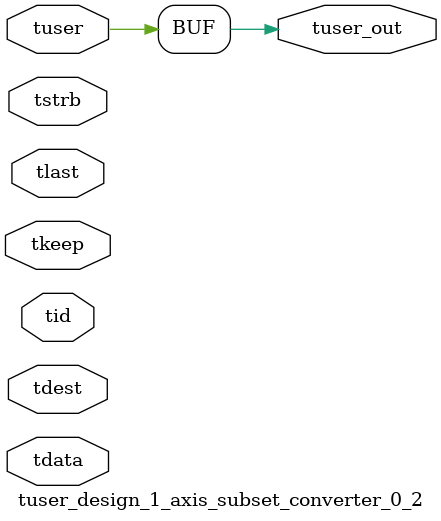
<source format=v>


`timescale 1ps/1ps

module tuser_design_1_axis_subset_converter_0_2 #
(
parameter C_S_AXIS_TUSER_WIDTH = 1,
parameter C_S_AXIS_TDATA_WIDTH = 32,
parameter C_S_AXIS_TID_WIDTH   = 0,
parameter C_S_AXIS_TDEST_WIDTH = 0,
parameter C_M_AXIS_TUSER_WIDTH = 1
)
(
input  [(C_S_AXIS_TUSER_WIDTH == 0 ? 1 : C_S_AXIS_TUSER_WIDTH)-1:0     ] tuser,
input  [(C_S_AXIS_TDATA_WIDTH == 0 ? 1 : C_S_AXIS_TDATA_WIDTH)-1:0     ] tdata,
input  [(C_S_AXIS_TID_WIDTH   == 0 ? 1 : C_S_AXIS_TID_WIDTH)-1:0       ] tid,
input  [(C_S_AXIS_TDEST_WIDTH == 0 ? 1 : C_S_AXIS_TDEST_WIDTH)-1:0     ] tdest,
input  [(C_S_AXIS_TDATA_WIDTH/8)-1:0 ] tkeep,
input  [(C_S_AXIS_TDATA_WIDTH/8)-1:0 ] tstrb,
input                                                                    tlast,
output [C_M_AXIS_TUSER_WIDTH-1:0] tuser_out
);

assign tuser_out = {tuser[0:0]};

endmodule


</source>
